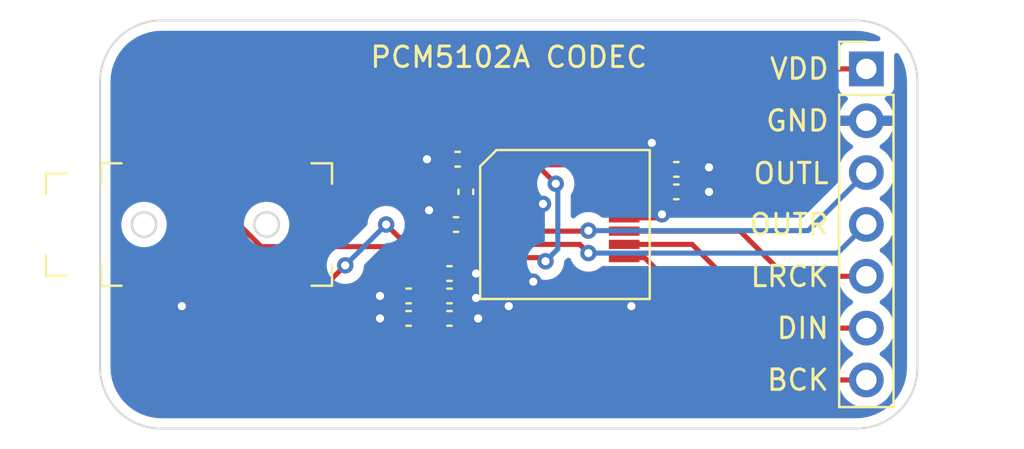
<source format=kicad_pcb>
(kicad_pcb (version 20211014) (generator pcbnew)
  (layers (0 "F.Cu" signal) (31 "B.Cu" signal) (34 "B.Paste" user) (35 "F.Paste" user) (36 "B.SilkS" user "B.Silkscreen") (37 "F.SilkS" user "F.Silkscreen") (38 "B.Mask" user) (39 "F.Mask" user) (44 "Edge.Cuts" user))
  (net 0 "")
  (net 1 "Net-(C101-Pad1)")
  (net 2 "Net-(C101-Pad2)")
  (net 3 "VDD")
  (net 4 "GND")
  (net 5 "Net-(C104-Pad2)")
  (net 6 "Net-(U101-Pad18)")
  (net 7 "OUTL")
  (net 8 "OUTR")
  (net 9 "BCK")
  (net 10 "DIN")
  (net 11 "LRCK")
  (footprint "Capacitor_SMD:C_0402_1005Metric" (layer "F.Cu") (at 148.2 87.3 180)
    (fp_text reference "C108")
    (fp_text value "0.1u")
    (fp_line (start -0.107836 -0.36) (end 0.107836 -0.36) (layer "F.SilkS") (width 0.12))
    (fp_line (start -0.107836 0.36) (end 0.107836 0.36) (layer "F.SilkS") (width 0.12))
    (pad "1" smd roundrect locked (at -0.48 0 180) (size 0.56 0.62) (layers "F.Cu" "F.Paste" "F.Mask") (net 4 "GND"))
    (pad "2" smd roundrect locked (at 0.48 0 180) (size 0.56 0.62) (layers "F.Cu" "F.Paste" "F.Mask") (net 6 "Net-(U101-Pad18)"))
  )
  (footprint "Capacitor_SMD:C_0402_1005Metric" (layer "F.Cu") (at 137.9 88.4 -90)
    (fp_text reference "C101")
    (fp_text value "2.2u")
    (fp_line (start -0.107836 0.36) (end 0.107836 0.36) (layer "F.SilkS") (width 0.12))
    (fp_line (start -0.107836 -0.36) (end 0.107836 -0.36) (layer "F.SilkS") (width 0.12))
    (pad "1" smd roundrect locked (at -0.48 0 270) (size 0.56 0.62) (layers "F.Cu" "F.Paste" "F.Mask") (net 1 "Net-(C101-Pad1)"))
    (pad "2" smd roundrect locked (at 0.48 0 270) (size 0.56 0.62) (layers "F.Cu" "F.Paste" "F.Mask") (net 2 "Net-(C101-Pad2)"))
  )
  (footprint "Capacitor_SMD:C_0402_1005Metric" (layer "F.Cu") (at 137.42 90)
    (fp_text reference "C104")
    (fp_text value "2.2u")
    (fp_line (start -0.107836 -0.36) (end 0.107836 -0.36) (layer "F.SilkS") (width 0.12))
    (fp_line (start -0.107836 0.36) (end 0.107836 0.36) (layer "F.SilkS") (width 0.12))
    (pad "1" smd roundrect locked (at -0.48 0) (size 0.56 0.62) (layers "F.Cu" "F.Paste" "F.Mask") (net 4 "GND"))
    (pad "2" smd roundrect locked (at 0.48 0) (size 0.56 0.62) (layers "F.Cu" "F.Paste" "F.Mask") (net 5 "Net-(C104-Pad2)"))
  )
  (footprint "Capacitor_SMD:C_0402_1005Metric" (layer "F.Cu") (at 148.2 88.4)
    (fp_text reference "C110")
    (fp_text value "10u")
    (fp_line (start -0.107836 -0.36) (end 0.107836 -0.36) (layer "F.SilkS") (width 0.12))
    (fp_line (start -0.107836 0.36) (end 0.107836 0.36) (layer "F.SilkS") (width 0.12))
    (pad "1" smd roundrect locked (at -0.48 0) (size 0.56 0.62) (layers "F.Cu" "F.Paste" "F.Mask") (net 6 "Net-(U101-Pad18)"))
    (pad "2" smd roundrect locked (at 0.48 0) (size 0.56 0.62) (layers "F.Cu" "F.Paste" "F.Mask") (net 4 "GND"))
  )
  (footprint "Capacitor_SMD:C_0402_1005Metric" (layer "F.Cu") (at 135.1 93.5 180)
    (fp_text reference "C107")
    (fp_text value "0.1u")
    (fp_line (start -0.107836 -0.36) (end 0.107836 -0.36) (layer "F.SilkS") (width 0.12))
    (fp_line (start -0.107836 0.36) (end 0.107836 0.36) (layer "F.SilkS") (width 0.12))
    (pad "1" smd roundrect locked (at -0.48 0 180) (size 0.56 0.62) (layers "F.Cu" "F.Paste" "F.Mask") (net 3 "VDD"))
    (pad "2" smd roundrect locked (at 0.48 0 180) (size 0.56 0.62) (layers "F.Cu" "F.Paste" "F.Mask") (net 4 "GND"))
  )
  (footprint "Capacitor_SMD:C_0402_1005Metric" (layer "F.Cu") (at 135.1 94.6)
    (fp_text reference "C106")
    (fp_text value "0.1u")
    (fp_line (start -0.107836 -0.36) (end 0.107836 -0.36) (layer "F.SilkS") (width 0.12))
    (fp_line (start -0.107836 0.36) (end 0.107836 0.36) (layer "F.SilkS") (width 0.12))
    (pad "1" smd roundrect locked (at -0.48 0) (size 0.56 0.62) (layers "F.Cu" "F.Paste" "F.Mask") (net 4 "GND"))
    (pad "2" smd roundrect locked (at 0.48 0) (size 0.56 0.62) (layers "F.Cu" "F.Paste" "F.Mask") (net 3 "VDD"))
  )
  (footprint "Connector_PinHeader_2.54mm:PinHeader_1x07_P2.54mm_Vertical" (layer "F.Cu") (at 157.5 82.375)
    (fp_text reference "J101")
    (fp_text value "Conn_01x07_Female")
    (fp_line (start -1.33 1.27) (end 1.33 1.27) (layer "F.SilkS") (width 0.12))
    (fp_line (start -1.33 0) (end -1.33 -1.33) (layer "F.SilkS") (width 0.12))
    (fp_line (start -1.33 1.27) (end -1.33 16.57) (layer "F.SilkS") (width 0.12))
    (fp_line (start -1.33 -1.33) (end 0 -1.33) (layer "F.SilkS") (width 0.12))
    (fp_line (start -1.33 16.57) (end 1.33 16.57) (layer "F.SilkS") (width 0.12))
    (fp_line (start 1.33 1.27) (end 1.33 16.57) (layer "F.SilkS") (width 0.12))
    (pad "1" thru_hole rect locked (at 0 0) (size 1.7 1.7) (drill 1) (layers *.Cu *.Mask) (net 3 "VDD"))
    (pad "2" thru_hole oval locked (at 0 2.54) (size 1.7 1.7) (drill 1) (layers *.Cu *.Mask) (net 4 "GND"))
    (pad "3" thru_hole oval locked (at 0 5.08) (size 1.7 1.7) (drill 1) (layers *.Cu *.Mask) (net 7 "OUTL"))
    (pad "4" thru_hole oval locked (at 0 7.62) (size 1.7 1.7) (drill 1) (layers *.Cu *.Mask) (net 8 "OUTR"))
    (pad "5" thru_hole oval locked (at 0 10.16) (size 1.7 1.7) (drill 1) (layers *.Cu *.Mask) (net 11 "LRCK"))
    (pad "6" thru_hole oval locked (at 0 12.7) (size 1.7 1.7) (drill 1) (layers *.Cu *.Mask) (net 10 "DIN"))
    (pad "7" thru_hole oval locked (at 0 15.24) (size 1.7 1.7) (drill 1) (layers *.Cu *.Mask) (net 9 "BCK"))
  )
  (footprint "Capacitor_SMD:C_0402_1005Metric" (layer "F.Cu") (at 137.1 94.6)
    (fp_text reference "C105")
    (fp_text value "10u")
    (fp_line (start -0.107836 0.36) (end 0.107836 0.36) (layer "F.SilkS") (width 0.12))
    (fp_line (start -0.107836 -0.36) (end 0.107836 -0.36) (layer "F.SilkS") (width 0.12))
    (pad "1" smd roundrect locked (at -0.48 0) (size 0.56 0.62) (layers "F.Cu" "F.Paste" "F.Mask") (net 3 "VDD"))
    (pad "2" smd roundrect locked (at 0.48 0) (size 0.56 0.62) (layers "F.Cu" "F.Paste" "F.Mask") (net 4 "GND"))
  )
  (footprint "pcm5102a_codec_breakout:PJ-320B-3A" (layer "F.Cu") (at 125.7 90)
    (fp_text reference "J102")
    (fp_text value "AudioJack3")
    (fp_line (start 5.65 2) (end 5.65 3) (layer "F.SilkS") (width 0.12))
    (fp_line (start -8.35 2.5) (end -8.35 1.5) (layer "F.SilkS") (width 0.12))
    (fp_line (start 5.65 -3) (end 5.65 -2) (layer "F.SilkS") (width 0.12))
    (fp_line (start -5.65 3) (end -5.65 2) (layer "F.SilkS") (width 0.12))
    (fp_line (start -4.65 -3) (end -5.65 -3) (layer "F.SilkS") (width 0.12))
    (fp_line (start -4.65 3) (end -5.65 3) (layer "F.SilkS") (width 0.12))
    (fp_line (start -8.35 -2.5) (end -8.35 -1.5) (layer "F.SilkS") (width 0.12))
    (fp_line (start 5.65 3) (end 4.65 3) (layer "F.SilkS") (width 0.12))
    (fp_line (start 4.65 -3) (end 5.65 -3) (layer "F.SilkS") (width 0.12))
    (fp_line (start -7.35 2.5) (end -8.35 2.5) (layer "F.SilkS") (width 0.12))
    (fp_line (start -5.65 -3) (end -5.65 -2) (layer "F.SilkS") (width 0.12))
    (fp_line (start -7.35 -2.5) (end -8.35 -2.5) (layer "F.SilkS") (width 0.12))
    (fp_circle (center -3.55 0) (end -3.55 0.6) (layer "Edge.Cuts") (width 0.12) (fill none))
    (fp_circle (center 2.45 0) (end 2.45 0.6) (layer "Edge.Cuts") (width 0.12) (fill none))
    (pad "R" smd rect (at -1.55 -3.75 270) (size 3.5 1.5) (layers "F.Cu" "F.Paste" "F.Mask") (net 8 "OUTR"))
    (pad "S" smd rect (at -3.55 3.75 270) (size 3.5 1.5) (layers "F.Cu" "F.Paste" "F.Mask") (net 4 "GND"))
    (pad "T" smd rect (at 3.45 3.75 270) (size 3.5 1.5) (layers "F.Cu" "F.Paste" "F.Mask") (net 7 "OUTL"))
  )
  (footprint "pcm5102a_codec_breakout:PCM5102A" (layer "F.Cu") (at 142.75 90 -90)
    (fp_text reference "U101")
    (fp_text value "pcm5102a")
    (fp_line (start 3.65 -4.15) (end 3.65 4.15) (layer "F.SilkS") (width 0.12))
    (fp_line (start -3.65 3.35) (end -3.65 -4.15) (layer "F.SilkS") (width 0.12))
    (fp_line (start 3.65 4.15) (end -2.85 4.15) (layer "F.SilkS") (width 0.12))
    (fp_line (start -2.85 4.15) (end -3.65 3.35) (layer "F.SilkS") (width 0.12))
    (fp_line (start -3.65 -4.15) (end 3.65 -4.15) (layer "F.SilkS") (width 0.12))
    (pad "1" smd rect (at -2.925 2.9 270) (size 0.45 1.5) (layers "F.Cu" "F.Paste" "F.Mask") (net 3 "VDD"))
    (pad "2" smd rect (at -2.275 2.9 270) (size 0.45 1.5) (layers "F.Cu" "F.Paste" "F.Mask") (net 1 "Net-(C101-Pad1)"))
    (pad "3" smd rect (at -1.625 2.9 270) (size 0.45 1.5) (layers "F.Cu" "F.Paste" "F.Mask") (net 4 "GND"))
    (pad "4" smd rect (at -0.975 2.9 270) (size 0.45 1.5) (layers "F.Cu" "F.Paste" "F.Mask") (net 2 "Net-(C101-Pad2)"))
    (pad "5" smd rect (at -0.325 2.9 270) (size 0.45 1.5) (layers "F.Cu" "F.Paste" "F.Mask") (net 5 "Net-(C104-Pad2)"))
    (pad "6" smd rect (at 0.325 2.9 270) (size 0.45 1.5) (layers "F.Cu" "F.Paste" "F.Mask") (net 7 "OUTL"))
    (pad "7" smd rect (at 0.975 2.9 270) (size 0.45 1.5) (layers "F.Cu" "F.Paste" "F.Mask") (net 8 "OUTR"))
    (pad "8" smd rect (at 1.625 2.9 270) (size 0.45 1.5) (layers "F.Cu" "F.Paste" "F.Mask") (net 3 "VDD"))
    (pad "9" smd rect (at 2.275 2.9 270) (size 0.45 1.5) (layers "F.Cu" "F.Paste" "F.Mask") (net 4 "GND"))
    (pad "10" smd rect (at 2.925 2.9 270) (size 0.45 1.5) (layers "F.Cu" "F.Paste" "F.Mask") (net 4 "GND"))
    (pad "11" smd rect (at 2.925 -2.9 270) (size 0.45 1.5) (layers "F.Cu" "F.Paste" "F.Mask") (net 4 "GND"))
    (pad "12" smd rect (at 2.275 -2.9 270) (size 0.45 1.5) (layers "F.Cu" "F.Paste" "F.Mask") (net 4 "GND"))
    (pad "13" smd rect (at 1.625 -2.9 270) (size 0.45 1.5) (layers "F.Cu" "F.Paste" "F.Mask") (net 9 "BCK"))
    (pad "14" smd rect (at 0.975 -2.9 270) (size 0.45 1.5) (layers "F.Cu" "F.Paste" "F.Mask") (net 10 "DIN"))
    (pad "15" smd rect (at 0.325 -2.9 270) (size 0.45 1.5) (layers "F.Cu" "F.Paste" "F.Mask") (net 11 "LRCK"))
    (pad "16" smd rect (at -0.325 -2.9 270) (size 0.45 1.5) (layers "F.Cu" "F.Paste" "F.Mask") (net 4 "GND"))
    (pad "17" smd rect (at -0.975 -2.9 270) (size 0.45 1.5) (layers "F.Cu" "F.Paste" "F.Mask") (net 3 "VDD"))
    (pad "18" smd rect (at -1.625 -2.9 270) (size 0.45 1.5) (layers "F.Cu" "F.Paste" "F.Mask") (net 6 "Net-(U101-Pad18)"))
    (pad "19" smd rect (at -2.275 -2.9 270) (size 0.45 1.5) (layers "F.Cu" "F.Paste" "F.Mask") (net 4 "GND"))
    (pad "20" smd rect (at -2.925 -2.9 270) (size 0.45 1.5) (layers "F.Cu" "F.Paste" "F.Mask") (net 3 "VDD"))
  )
  (footprint "Capacitor_SMD:C_0402_1005Metric" (layer "F.Cu") (at 137.1 92.4)
    (fp_text reference "C109")
    (fp_text value "10u")
    (fp_line (start -0.107836 -0.36) (end 0.107836 -0.36) (layer "F.SilkS") (width 0.12))
    (fp_line (start -0.107836 0.36) (end 0.107836 0.36) (layer "F.SilkS") (width 0.12))
    (pad "1" smd roundrect locked (at -0.48 0) (size 0.56 0.62) (layers "F.Cu" "F.Paste" "F.Mask") (net 3 "VDD"))
    (pad "2" smd roundrect locked (at 0.48 0) (size 0.56 0.62) (layers "F.Cu" "F.Paste" "F.Mask") (net 4 "GND"))
  )
  (footprint "Capacitor_SMD:C_0402_1005Metric" (layer "F.Cu") (at 137.5 86.8 180)
    (fp_text reference "C102")
    (fp_text value "10u")
    (fp_line (start -0.107836 -0.36) (end 0.107836 -0.36) (layer "F.SilkS") (width 0.12))
    (fp_line (start -0.107836 0.36) (end 0.107836 0.36) (layer "F.SilkS") (width 0.12))
    (pad "1" smd roundrect locked (at -0.48 0 180) (size 0.56 0.62) (layers "F.Cu" "F.Paste" "F.Mask") (net 3 "VDD"))
    (pad "2" smd roundrect locked (at 0.48 0 180) (size 0.56 0.62) (layers "F.Cu" "F.Paste" "F.Mask") (net 4 "GND"))
  )
  (footprint "Capacitor_SMD:C_0402_1005Metric" (layer "F.Cu") (at 137.1 93.5 180)
    (fp_text reference "C103")
    (fp_text value "0.1u")
    (fp_line (start -0.107836 -0.36) (end 0.107836 -0.36) (layer "F.SilkS") (width 0.12))
    (fp_line (start -0.107836 0.36) (end 0.107836 0.36) (layer "F.SilkS") (width 0.12))
    (pad "1" smd roundrect locked (at -0.48 0 180) (size 0.56 0.62) (layers "F.Cu" "F.Paste" "F.Mask") (net 4 "GND"))
    (pad "2" smd roundrect locked (at 0.48 0 180) (size 0.56 0.62) (layers "F.Cu" "F.Paste" "F.Mask") (net 3 "VDD"))
  )
  (gr_line (start 123 80) (end 157 80) (layer "Edge.Cuts") (width 0.1))
  (gr_line (start 120 97) (end 120 83) (layer "Edge.Cuts") (width 0.1))
  (gr_arc (start 160 97) (mid 159.12132 99.12132) (end 157 100) (layer "Edge.Cuts") (width 0.1))
  (gr_arc (start 123 100) (mid 120.87868 99.12132) (end 120 97) (layer "Edge.Cuts") (width 0.1))
  (gr_line (start 160 83) (end 160 97) (layer "Edge.Cuts") (width 0.1))
  (gr_line (start 157 100) (end 123 100) (layer "Edge.Cuts") (width 0.1))
  (gr_arc (start 120 83) (mid 120.87868 80.87868) (end 123 80) (layer "Edge.Cuts") (width 0.1))
  (gr_arc (start 157 80) (mid 159.12132 80.87868) (end 160 83) (layer "Edge.Cuts") (width 0.1))
  (gr_text "LRCK" (at 155.75 92.54) (layer "F.SilkS") (effects (font (size 1 1)) (justify right)))
  (gr_text "DIN" (at 155.75 95.08) (layer "F.SilkS") (effects (font (size 1 1)) (justify right)))
  (gr_text "GND" (at 155.75 84.92) (layer "F.SilkS") (effects (font (size 1 1)) (justify right)))
  (gr_text "PCM5102A CODEC" (at 140 81.8) (layer "F.SilkS") (effects (font (size 1 1))))
  (gr_text "OUTR" (at 155.75 90) (layer "F.SilkS") (effects (font (size 1 1)) (justify right)))
  (gr_text "BCK" (at 155.75 97.62) (layer "F.SilkS") (effects (font (size 1 1)) (justify right)))
  (gr_text "OUTL" (at 155.75 87.5) (layer "F.SilkS") (effects (font (size 1 1)) (justify right)))
  (gr_text "VDD" (at 155.75 82.375) (layer "F.SilkS") (effects (font (size 1 1)) (justify right)))
  (segment (start 138.095 87.725) (end 139.85 87.725) (width 0.25) (layer "F.Cu") (net 1))
  (segment (start 137.9 87.92) (end 138.095 87.725) (width 0.25) (layer "F.Cu") (net 1))
  (segment (start 138.045 89.025) (end 139.85 89.025) (width 0.25) (layer "F.Cu") (net 2))
  (segment (start 137.9 88.88) (end 138.045 89.025) (width 0.25) (layer "F.Cu") (net 2))
  (segment (start 141.625 91.625) (end 141.8 91.8) (width 0.25) (layer "F.Cu") (net 3))
  (segment (start 145.65 86.3254) (end 149.6004 82.375) (width 0.25) (layer "F.Cu") (net 3))
  (segment (start 145.65 87.075) (end 145.65 86.3254) (width 0.25) (layer "F.Cu") (net 3))
  (segment (start 136.62 92.4) (end 136.62 93.5) (width 0.25) (layer "F.Cu") (net 3))
  (segment (start 135.58 93.5) (end 135.58 94.6) (width 0.25) (layer "F.Cu") (net 3))
  (segment (start 135.58 94.6) (end 136.62 94.6) (width 0.25) (layer "F.Cu") (net 3))
  (segment (start 144.675978 87.075) (end 145.65 87.075) (width 0.25) (layer "F.Cu") (net 3))
  (segment (start 144 87.750978) (end 144.675978 87.075) (width 0.25) (layer "F.Cu") (net 3))
  (segment (start 137.38807 91.625) (end 139.85 91.625) (width 0.25) (layer "F.Cu") (net 3))
  (segment (start 141.375 87.075) (end 139.85 87.075) (width 0.25) (layer "F.Cu") (net 3))
  (segment (start 136.62 92.39307) (end 137.38807 91.625) (width 0.25) (layer "F.Cu") (net 3))
  (segment (start 139.85 91.625) (end 141.625 91.625) (width 0.25) (layer "F.Cu") (net 3))
  (segment (start 149.6004 82.375) (end 157.5 82.375) (width 0.25) (layer "F.Cu") (net 3))
  (segment (start 139.575 86.8) (end 139.85 87.075) (width 0.25) (layer "F.Cu") (net 3))
  (segment (start 136.62 92.4) (end 136.62 92.39307) (width 0.25) (layer "F.Cu") (net 3))
  (segment (start 136.62 93.5) (end 136.62 94.6) (width 0.25) (layer "F.Cu") (net 3))
  (segment (start 145.65 87.075) (end 139.85 87.075) (width 0.25) (layer "F.Cu") (net 3))
  (segment (start 142.3 88) (end 141.375 87.075) (width 0.25) (layer "F.Cu") (net 3))
  (segment (start 145.65 89.025) (end 144.65 89.025) (width 0.25) (layer "F.Cu") (net 3))
  (segment (start 137.98 86.8) (end 139.575 86.8) (width 0.25) (layer "F.Cu") (net 3))
  (segment (start 144 88.375) (end 144 87.750978) (width 0.25) (layer "F.Cu") (net 3))
  (segment (start 144.65 89.025) (end 144 88.375) (width 0.25) (layer "F.Cu") (net 3))
  (via (at 141.8 91.8) (size 0.8) (drill 0.4) (layers "F.Cu" "B.Cu") (net 3))
  (via (at 142.3 88) (size 0.8) (drill 0.4) (layers "F.Cu" "B.Cu") (net 3))
  (segment (start 142.4 88.1) (end 142.3 88) (width 0.25) (layer "B.Cu") (net 3))
  (segment (start 141.8 91.8) (end 142.4 91.2) (width 0.25) (layer "B.Cu") (net 3))
  (segment (start 142.4 91.2) (end 142.4 88.1) (width 0.25) (layer "B.Cu") (net 3))
  (segment (start 137.58 94.6) (end 138.5 94.6) (width 0.25) (layer "F.Cu") (net 4))
  (segment (start 146.65 87.725) (end 147 87.375) (width 0.25) (layer "F.Cu") (net 4))
  (segment (start 149.7 87.3) (end 149.8 87.2) (width 0.25) (layer "F.Cu") (net 4))
  (segment (start 136.8 90) (end 136.1 89.3) (width 0.25) (layer "F.Cu") (net 4))
  (segment (start 137.58 92.4) (end 138.4 92.4) (width 0.25) (layer "F.Cu") (net 4))
  (segment (start 138.3 93.5) (end 138.4 93.6) (width 0.25) (layer "F.Cu") (net 4))
  (segment (start 123.75 93.75) (end 124 94) (width 0.25) (layer "F.Cu") (net 4))
  (segment (start 148.68 87.3) (end 149.7 87.3) (width 0.25) (layer "F.Cu") (net 4))
  (segment (start 145.65 93.65) (end 146 94) (width 0.25) (layer "F.Cu") (net 4))
  (segment (start 145.65 89.675) (end 147.325 89.675) (width 0.25) (layer "F.Cu") (net 4))
  (segment (start 148.68 88.4) (end 149.8 88.4) (width 0.25) (layer "F.Cu") (net 4))
  (segment (start 137.58 93.5) (end 138.3 93.5) (width 0.25) (layer "F.Cu") (net 4))
  (segment (start 139.85 92.275) (end 139.85 92.925) (width 0.25) (layer "F.Cu") (net 4))
  (segment (start 141.062799 88.375) (end 141.6755 88.987701) (width 0.25) (layer "F.Cu") (net 4))
  (segment (start 139.85 92.925) (end 139.85 93.85) (width 0.25) (layer "F.Cu") (net 4))
  (segment (start 134.62 93.5) (end 133.7 93.5) (width 0.25) (layer "F.Cu") (net 4))
  (segment (start 145.65 92.275) (end 145.65 92.925) (width 0.25) (layer "F.Cu") (net 4))
  (segment (start 140.675 92.275) (end 141.2 92.8) (width 0.25) (layer "F.Cu") (net 4))
  (segment (start 136.94 90) (end 136.8 90) (width 0.25) (layer "F.Cu") (net 4))
  (segment (start 139.85 88.375) (end 141.062799 88.375) (width 0.25) (layer "F.Cu") (net 4))
  (segment (start 139.85 93.85) (end 140 94) (width 0.25) (layer "F.Cu") (net 4))
  (segment (start 147.325 89.675) (end 147.5 89.5) (width 0.25) (layer "F.Cu") (net 4))
  (segment (start 122.05 93.75) (end 123.75 93.75) (width 0.25) (layer "F.Cu") (net 4))
  (segment (start 145.65 92.925) (end 145.65 93.65) (width 0.25) (layer "F.Cu") (net 4))
  (segment (start 134.62 94.6) (end 133.7 94.6) (width 0.25) (layer "F.Cu") (net 4))
  (segment (start 137.02 86.8) (end 136 86.8) (width 0.25) (layer "F.Cu") (net 4))
  (segment (start 147 87.375) (end 147 86) (width 0.25) (layer "F.Cu") (net 4))
  (segment (start 145.65 87.725) (end 146.65 87.725) (width 0.25) (layer "F.Cu") (net 4))
  (segment (start 139.85 92.275) (end 140.675 92.275) (width 0.25) (layer "F.Cu") (net 4))
  (via (at 141.2 92.8) (size 0.8) (drill 0.4) (layers "F.Cu" "B.Cu") (net 4))
  (via (at 138.4 93.6) (size 0.8) (drill 0.4) (layers "F.Cu" "B.Cu") (net 4))
  (via (at 124 94) (size 0.8) (drill 0.4) (layers "F.Cu" "B.Cu") (net 4))
  (via (at 147 86) (size 0.8) (drill 0.4) (layers "F.Cu" "B.Cu") (net 4))
  (via (at 141.6755 88.987701) (size 0.8) (drill 0.4) (layers "F.Cu" "B.Cu") (net 4))
  (via (at 133.7 94.6) (size 0.8) (drill 0.4) (layers "F.Cu" "B.Cu") (net 4))
  (via (at 136.1 89.3) (size 0.8) (drill 0.4) (layers "F.Cu" "B.Cu") (net 4))
  (via (at 149.8 88.4) (size 0.8) (drill 0.4) (layers "F.Cu" "B.Cu") (net 4))
  (via (at 133.7 93.5) (size 0.8) (drill 0.4) (layers "F.Cu" "B.Cu") (net 4))
  (via (at 147.5 89.5) (size 0.8) (drill 0.4) (layers "F.Cu" "B.Cu") (net 4))
  (via (at 146 94) (size 0.8) (drill 0.4) (layers "F.Cu" "B.Cu") (net 4))
  (via (at 149.8 87.2) (size 0.8) (drill 0.4) (layers "F.Cu" "B.Cu") (net 4))
  (via (at 138.5 94.6) (size 0.8) (drill 0.4) (layers "F.Cu" "B.Cu") (net 4))
  (via (at 140 94) (size 0.8) (drill 0.4) (layers "F.Cu" "B.Cu") (net 4))
  (via (at 138.4 92.4) (size 0.8) (drill 0.4) (layers "F.Cu" "B.Cu") (net 4))
  (via (at 136 86.8) (size 0.8) (drill 0.4) (layers "F.Cu" "B.Cu") (net 4))
  (segment (start 138.225 89.675) (end 139.85 89.675) (width 0.25) (layer "F.Cu") (net 5))
  (segment (start 137.9 90) (end 138.225 89.675) (width 0.25) (layer "F.Cu") (net 5))
  (segment (start 147.72 87.3) (end 147.72 88.4) (width 0.25) (layer "F.Cu") (net 6))
  (segment (start 145.65 88.375) (end 147.695 88.375) (width 0.25) (layer "F.Cu") (net 6))
  (segment (start 147.695 88.375) (end 147.72 88.4) (width 0.25) (layer "F.Cu") (net 6))
  (segment (start 138.54193 90.325) (end 138.23241 90.63452) (width 0.25) (layer "F.Cu") (net 7))
  (segment (start 134.63452 90.63452) (end 134 90) (width 0.25) (layer "F.Cu") (net 7))
  (segment (start 138.23241 90.63452) (end 134.63452 90.63452) (width 0.25) (layer "F.Cu") (net 7))
  (segment (start 130.25 93.75) (end 129.05 93.75) (width 0.25) (layer "F.Cu") (net 7))
  (segment (start 143.875 90.325) (end 143.9 90.3) (width 0.25) (layer "F.Cu") (net 7))
  (segment (start 139.85 90.325) (end 143.875 90.325) (width 0.25) (layer "F.Cu") (net 7))
  (segment (start 139.85 90.325) (end 138.54193 90.325) (width 0.25) (layer "F.Cu") (net 7))
  (segment (start 132 92) (end 130.25 93.75) (width 0.25) (layer "F.Cu") (net 7))
  (via (at 143.9 90.3) (size 0.8) (drill 0.4) (layers "F.Cu" "B.Cu") (net 7))
  (via (at 132 92) (size 0.8) (drill 0.4) (layers "F.Cu" "B.Cu") (net 7))
  (via (at 134 90) (size 0.8) (drill 0.4) (layers "F.Cu" "B.Cu") (net 7))
  (segment (start 134 90) (end 132 92) (width 0.25) (layer "B.Cu") (net 7))
  (segment (start 143.9 90.3) (end 154.655 90.3) (width 0.25) (layer "B.Cu") (net 7))
  (segment (start 154.655 90.3) (end 157.5 87.455) (width 0.25) (layer "B.Cu") (net 7))
  (segment (start 143.475 90.975) (end 143.9 91.4) (width 0.25) (layer "F.Cu") (net 8))
  (segment (start 138.418603 91.084031) (end 127.884031 91.084031) (width 0.25) (layer "F.Cu") (net 8))
  (segment (start 127.884031 91.084031) (end 124.05 87.25) (width 0.25) (layer "F.Cu") (net 8))
  (segment (start 138.527634 90.975) (end 138.418603 91.084031) (width 0.25) (layer "F.Cu") (net 8))
  (segment (start 139.85 90.975) (end 143.475 90.975) (width 0.25) (layer "F.Cu") (net 8))
  (segment (start 139.85 90.975) (end 138.527634 90.975) (width 0.25) (layer "F.Cu") (net 8))
  (segment (start 124.05 87.25) (end 124.05 86.25) (width 0.25) (layer "F.Cu") (net 8))
  (via (at 143.9 91.4) (size 0.8) (drill 0.4) (layers "F.Cu" "B.Cu") (net 8))
  (segment (start 143.9 91.4) (end 156.095 91.4) (width 0.25) (layer "B.Cu") (net 8))
  (segment (start 156.095 91.4) (end 157.5 89.995) (width 0.25) (layer "B.Cu") (net 8))
  (segment (start 145.65 91.625) (end 146.65 91.625) (width 0.25) (layer "F.Cu") (net 9))
  (segment (start 152.64 97.615) (end 157.5 97.615) (width 0.25) (layer "F.Cu") (net 9))
  (segment (start 146.65 91.625) (end 152.64 97.615) (width 0.25) (layer "F.Cu") (net 9))
  (segment (start 145.65 90.975) (end 148.975 90.975) (width 0.25) (layer "F.Cu") (net 10))
  (segment (start 153.075 95.075) (end 157.5 95.075) (width 0.25) (layer "F.Cu") (net 10))
  (segment (start 148.975 90.975) (end 153.075 95.075) (width 0.25) (layer "F.Cu") (net 10))
  (segment (start 151.325 90.325) (end 153.535 92.535) (width 0.25) (layer "F.Cu") (net 11))
  (segment (start 153.535 92.535) (end 157.5 92.535) (width 0.25) (layer "F.Cu") (net 11))
  (segment (start 145.65 90.325) (end 151.325 90.325) (width 0.25) (layer "F.Cu") (net 11))
  (zone (net 4) (net_name "GND") (layer "B.Cu") (connect_pads (clearance 0.508)) (min_thickness 0.254) (fill yes (thermal_gap 0.508) (thermal_bridge_width 0.508))
    (polygon (pts (xy 161 101) (xy 119 101) (xy 119 79) (xy 161 79)))
  )
)
</source>
